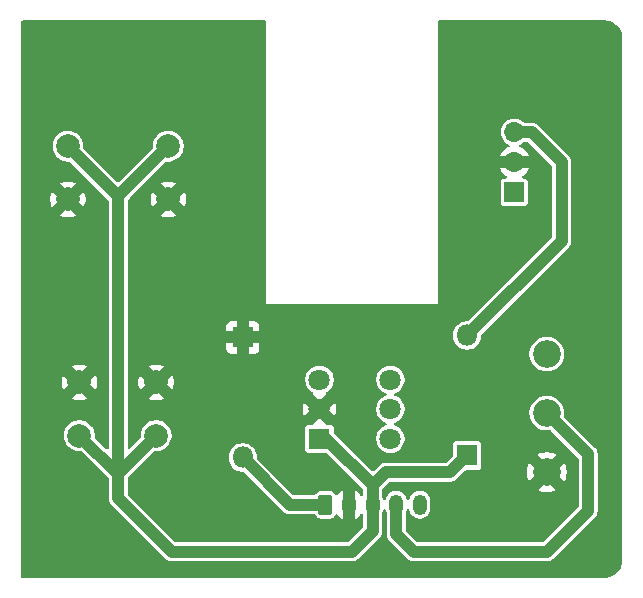
<source format=gbr>
%TF.GenerationSoftware,KiCad,Pcbnew,9.0.0*%
%TF.CreationDate,2025-03-25T16:41:30+02:00*%
%TF.ProjectId,aux,6175782e-6b69-4636-9164-5f7063625858,rev?*%
%TF.SameCoordinates,Original*%
%TF.FileFunction,Copper,L1,Top*%
%TF.FilePolarity,Positive*%
%FSLAX46Y46*%
G04 Gerber Fmt 4.6, Leading zero omitted, Abs format (unit mm)*
G04 Created by KiCad (PCBNEW 9.0.0) date 2025-03-25 16:41:30*
%MOMM*%
%LPD*%
G01*
G04 APERTURE LIST*
G04 Aperture macros list*
%AMRoundRect*
0 Rectangle with rounded corners*
0 $1 Rounding radius*
0 $2 $3 $4 $5 $6 $7 $8 $9 X,Y pos of 4 corners*
0 Add a 4 corners polygon primitive as box body*
4,1,4,$2,$3,$4,$5,$6,$7,$8,$9,$2,$3,0*
0 Add four circle primitives for the rounded corners*
1,1,$1+$1,$2,$3*
1,1,$1+$1,$4,$5*
1,1,$1+$1,$6,$7*
1,1,$1+$1,$8,$9*
0 Add four rect primitives between the rounded corners*
20,1,$1+$1,$2,$3,$4,$5,0*
20,1,$1+$1,$4,$5,$6,$7,0*
20,1,$1+$1,$6,$7,$8,$9,0*
20,1,$1+$1,$8,$9,$2,$3,0*%
G04 Aperture macros list end*
%TA.AperFunction,ComponentPad*%
%ADD10R,1.800000X1.800000*%
%TD*%
%TA.AperFunction,ComponentPad*%
%ADD11O,1.800000X1.800000*%
%TD*%
%TA.AperFunction,ComponentPad*%
%ADD12C,2.000000*%
%TD*%
%TA.AperFunction,ComponentPad*%
%ADD13RoundRect,0.250000X-0.350000X-0.625000X0.350000X-0.625000X0.350000X0.625000X-0.350000X0.625000X0*%
%TD*%
%TA.AperFunction,ComponentPad*%
%ADD14O,1.200000X1.750000*%
%TD*%
%TA.AperFunction,ComponentPad*%
%ADD15C,1.800000*%
%TD*%
%TA.AperFunction,ComponentPad*%
%ADD16R,1.700000X1.700000*%
%TD*%
%TA.AperFunction,ComponentPad*%
%ADD17O,1.700000X1.700000*%
%TD*%
%TA.AperFunction,ComponentPad*%
%ADD18C,2.340000*%
%TD*%
%TA.AperFunction,Conductor*%
%ADD19C,1.000000*%
%TD*%
G04 APERTURE END LIST*
D10*
%TO.P,D1,1,K*%
%TO.N,AUX_DETECT*%
X123750000Y-93340000D03*
D11*
%TO.P,D1,2,A*%
%TO.N,Net-(D1-A)*%
X123750000Y-103500000D03*
%TD*%
D12*
%TO.P,SW2,1,1*%
%TO.N,AUX_DIGITAL*%
X108950000Y-77150000D03*
X117450000Y-77150000D03*
%TO.P,SW2,2,2*%
%TO.N,AUX_DETECT*%
X108950000Y-81650000D03*
X117450000Y-81650000D03*
%TD*%
D13*
%TO.P,J5,1,Pin_1*%
%TO.N,Net-(D1-A)*%
X130750000Y-107500000D03*
D14*
%TO.P,J5,2,Pin_2*%
%TO.N,AUX_DETECT*%
X132750000Y-107500000D03*
%TO.P,J5,3,Pin_3*%
%TO.N,AUX_DIGITAL*%
X134750000Y-107500000D03*
%TO.P,J5,4,Pin_4*%
%TO.N,AUX_ANALOG*%
X136750000Y-107500000D03*
%TO.P,J5,5,Pin_5*%
%TO.N,GND*%
X138750000Y-107500000D03*
%TD*%
D10*
%TO.P,SW3,1,1*%
%TO.N,AUX_DIGITAL*%
X130250000Y-101922500D03*
D15*
%TO.P,SW3,2,2*%
%TO.N,AUX_DETECT*%
X130250000Y-99422500D03*
%TO.P,SW3,3*%
%TO.N,N/C*%
X130250000Y-96922500D03*
%TO.P,SW3,4*%
X136250000Y-101922500D03*
%TO.P,SW3,5*%
X136250000Y-99422500D03*
%TO.P,SW3,6*%
X136250000Y-96922500D03*
%TD*%
D10*
%TO.P,D4,1,K*%
%TO.N,AUX_DIGITAL*%
X142750000Y-103330000D03*
D11*
%TO.P,D4,2,A*%
%TO.N,Net-(D4-A)*%
X142750000Y-93170000D03*
%TD*%
D12*
%TO.P,SW1,1,1*%
%TO.N,AUX_DIGITAL*%
X116425000Y-101650000D03*
X109925000Y-101650000D03*
%TO.P,SW1,2,2*%
%TO.N,AUX_DETECT*%
X116425000Y-97150000D03*
X109925000Y-97150000D03*
%TD*%
D16*
%TO.P,J1,1,Pin_1*%
%TO.N,GND*%
X146750000Y-81040000D03*
D17*
%TO.P,J1,2,Pin_2*%
%TO.N,AUX_DETECT*%
X146750000Y-78500000D03*
%TO.P,J1,3,Pin_3*%
%TO.N,Net-(D4-A)*%
X146750000Y-75960000D03*
%TD*%
D18*
%TO.P,RV1,1,1*%
%TO.N,AUX_DETECT*%
X149500000Y-104750000D03*
%TO.P,RV1,2,2*%
%TO.N,AUX_ANALOG*%
X149500000Y-99750000D03*
%TO.P,RV1,3,3*%
%TO.N,GND*%
X149500000Y-94750000D03*
%TD*%
D19*
%TO.N,AUX_ANALOG*%
X149500000Y-111500000D02*
X153000000Y-108000000D01*
X136750000Y-110000000D02*
X138250000Y-111500000D01*
X138250000Y-111500000D02*
X149500000Y-111500000D01*
X153000000Y-108000000D02*
X153000000Y-103250000D01*
X153000000Y-103250000D02*
X149500000Y-99750000D01*
X136750000Y-107500000D02*
X136750000Y-110000000D01*
%TO.N,Net-(D1-A)*%
X127750000Y-107500000D02*
X123750000Y-103500000D01*
X130750000Y-107500000D02*
X127750000Y-107500000D01*
%TO.N,Net-(D4-A)*%
X148210000Y-75960000D02*
X146750000Y-75960000D01*
X150750000Y-85170000D02*
X150750000Y-84000000D01*
X150750000Y-78500000D02*
X148210000Y-75960000D01*
X142750000Y-93170000D02*
X150750000Y-85170000D01*
X150750000Y-84000000D02*
X150750000Y-78500000D01*
%TO.N,AUX_DIGITAL*%
X141330000Y-104750000D02*
X142750000Y-103330000D01*
X130250000Y-101922500D02*
X130797500Y-101922500D01*
X134750000Y-105875000D02*
X135875000Y-104750000D01*
X117450000Y-77150000D02*
X113200000Y-81400000D01*
X113200000Y-104925000D02*
X113200000Y-104875000D01*
X113200000Y-105000000D02*
X113200000Y-106950000D01*
X113200000Y-106950000D02*
X117750000Y-111500000D01*
X134750000Y-109750000D02*
X134750000Y-107500000D01*
X113200000Y-104875000D02*
X116425000Y-101650000D01*
X135875000Y-104750000D02*
X141330000Y-104750000D01*
X109925000Y-101650000D02*
X109850000Y-101650000D01*
X134750000Y-107500000D02*
X134750000Y-105875000D01*
X133000000Y-111500000D02*
X134750000Y-109750000D01*
X113200000Y-81400000D02*
X113200000Y-105000000D01*
X113200000Y-104925000D02*
X109925000Y-101650000D01*
X108950000Y-77150000D02*
X113200000Y-81400000D01*
X113200000Y-105000000D02*
X113200000Y-104925000D01*
X130797500Y-101922500D02*
X134750000Y-105875000D01*
X117750000Y-111500000D02*
X133000000Y-111500000D01*
%TD*%
%TA.AperFunction,Conductor*%
%TO.N,AUX_DETECT*%
G36*
X125693039Y-66520185D02*
G01*
X125738794Y-66572989D01*
X125750000Y-66624500D01*
X125750000Y-90500000D01*
X140250000Y-90500000D01*
X140250000Y-66624500D01*
X140269685Y-66557461D01*
X140322489Y-66511706D01*
X140374000Y-66500500D01*
X154334108Y-66500500D01*
X154395572Y-66500500D01*
X154404418Y-66500816D01*
X154604561Y-66515130D01*
X154622063Y-66517647D01*
X154813797Y-66559355D01*
X154830755Y-66564334D01*
X154992064Y-66624500D01*
X155014609Y-66632909D01*
X155030701Y-66640259D01*
X155202904Y-66734288D01*
X155217784Y-66743849D01*
X155374867Y-66861441D01*
X155388237Y-66873027D01*
X155526972Y-67011762D01*
X155538558Y-67025132D01*
X155656146Y-67182210D01*
X155665711Y-67197095D01*
X155759740Y-67369298D01*
X155767090Y-67385390D01*
X155835662Y-67569236D01*
X155840646Y-67586212D01*
X155882351Y-67777931D01*
X155884869Y-67795443D01*
X155899181Y-67995557D01*
X155899497Y-68004443D01*
X155885309Y-112125996D01*
X155885286Y-112126362D01*
X155885286Y-112195572D01*
X155884970Y-112204419D01*
X155870655Y-112404556D01*
X155868137Y-112422067D01*
X155826432Y-112613785D01*
X155821448Y-112630761D01*
X155752877Y-112814605D01*
X155745527Y-112830698D01*
X155651497Y-113002900D01*
X155641932Y-113017784D01*
X155524348Y-113174857D01*
X155512762Y-113188228D01*
X155374017Y-113326972D01*
X155360646Y-113338557D01*
X155203581Y-113456134D01*
X155188697Y-113465700D01*
X155016483Y-113559734D01*
X155000390Y-113567083D01*
X154816552Y-113635650D01*
X154799577Y-113640634D01*
X154607858Y-113682339D01*
X154590345Y-113684857D01*
X154390221Y-113699169D01*
X154381376Y-113699485D01*
X105124000Y-113699493D01*
X105056961Y-113679808D01*
X105011206Y-113627004D01*
X105000000Y-113575493D01*
X105000000Y-98503919D01*
X109278184Y-98503919D01*
X109349197Y-98540102D01*
X109573752Y-98613065D01*
X109573751Y-98613065D01*
X109806948Y-98650000D01*
X110043052Y-98650000D01*
X110276247Y-98613065D01*
X110500797Y-98540104D01*
X110571814Y-98503919D01*
X109925001Y-97857106D01*
X109925000Y-97857106D01*
X109278184Y-98503919D01*
X105000000Y-98503919D01*
X105000000Y-97031947D01*
X108425000Y-97031947D01*
X108425000Y-97268052D01*
X108461934Y-97501247D01*
X108534898Y-97725805D01*
X108571078Y-97796813D01*
X108571079Y-97796814D01*
X109217894Y-97150000D01*
X109145485Y-97077591D01*
X109375000Y-97077591D01*
X109375000Y-97222409D01*
X109412482Y-97362292D01*
X109484890Y-97487708D01*
X109587292Y-97590110D01*
X109712708Y-97662518D01*
X109852591Y-97700000D01*
X109997409Y-97700000D01*
X110137292Y-97662518D01*
X110262708Y-97590110D01*
X110365110Y-97487708D01*
X110437518Y-97362292D01*
X110475000Y-97222409D01*
X110475000Y-97149999D01*
X110632106Y-97149999D01*
X110632106Y-97150000D01*
X111278919Y-97796814D01*
X111315104Y-97725797D01*
X111388065Y-97501247D01*
X111425000Y-97268052D01*
X111425000Y-97031947D01*
X111388065Y-96798752D01*
X111315102Y-96574197D01*
X111278919Y-96503184D01*
X110632106Y-97149999D01*
X110475000Y-97149999D01*
X110475000Y-97077591D01*
X110437518Y-96937708D01*
X110365110Y-96812292D01*
X110262708Y-96709890D01*
X110137292Y-96637482D01*
X109997409Y-96600000D01*
X109852591Y-96600000D01*
X109712708Y-96637482D01*
X109587292Y-96709890D01*
X109484890Y-96812292D01*
X109412482Y-96937708D01*
X109375000Y-97077591D01*
X109145485Y-97077591D01*
X108571078Y-96503184D01*
X108534894Y-96574202D01*
X108534894Y-96574203D01*
X108461934Y-96798751D01*
X108425000Y-97031947D01*
X105000000Y-97031947D01*
X105000000Y-95796078D01*
X109278184Y-95796078D01*
X109925000Y-96442894D01*
X109925001Y-96442894D01*
X110571814Y-95796079D01*
X110571813Y-95796078D01*
X110500805Y-95759898D01*
X110276247Y-95686934D01*
X110276248Y-95686934D01*
X110043052Y-95650000D01*
X109806948Y-95650000D01*
X109573751Y-95686934D01*
X109349203Y-95759894D01*
X109349202Y-95759894D01*
X109278184Y-95796078D01*
X105000000Y-95796078D01*
X105000000Y-83003919D01*
X108303184Y-83003919D01*
X108374197Y-83040102D01*
X108598752Y-83113065D01*
X108598751Y-83113065D01*
X108831948Y-83150000D01*
X109068052Y-83150000D01*
X109301247Y-83113065D01*
X109525797Y-83040104D01*
X109596814Y-83003919D01*
X108950001Y-82357106D01*
X108950000Y-82357106D01*
X108303184Y-83003919D01*
X105000000Y-83003919D01*
X105000000Y-81531947D01*
X107450000Y-81531947D01*
X107450000Y-81768052D01*
X107486934Y-82001247D01*
X107559898Y-82225805D01*
X107596078Y-82296813D01*
X107596079Y-82296814D01*
X108242894Y-81650000D01*
X108170485Y-81577591D01*
X108400000Y-81577591D01*
X108400000Y-81722409D01*
X108437482Y-81862292D01*
X108509890Y-81987708D01*
X108612292Y-82090110D01*
X108737708Y-82162518D01*
X108877591Y-82200000D01*
X109022409Y-82200000D01*
X109162292Y-82162518D01*
X109287708Y-82090110D01*
X109390110Y-81987708D01*
X109462518Y-81862292D01*
X109500000Y-81722409D01*
X109500000Y-81649999D01*
X109657106Y-81649999D01*
X109657106Y-81650000D01*
X110303919Y-82296814D01*
X110340104Y-82225797D01*
X110413065Y-82001247D01*
X110450000Y-81768052D01*
X110450000Y-81531947D01*
X110413065Y-81298752D01*
X110340102Y-81074197D01*
X110303919Y-81003184D01*
X109657106Y-81649999D01*
X109500000Y-81649999D01*
X109500000Y-81577591D01*
X109462518Y-81437708D01*
X109390110Y-81312292D01*
X109287708Y-81209890D01*
X109162292Y-81137482D01*
X109022409Y-81100000D01*
X108877591Y-81100000D01*
X108737708Y-81137482D01*
X108612292Y-81209890D01*
X108509890Y-81312292D01*
X108437482Y-81437708D01*
X108400000Y-81577591D01*
X108170485Y-81577591D01*
X107596078Y-81003184D01*
X107559894Y-81074202D01*
X107559894Y-81074203D01*
X107486934Y-81298751D01*
X107450000Y-81531947D01*
X105000000Y-81531947D01*
X105000000Y-80296078D01*
X108303184Y-80296078D01*
X108950000Y-80942894D01*
X108950001Y-80942894D01*
X109596814Y-80296079D01*
X109596813Y-80296078D01*
X109525805Y-80259898D01*
X109301247Y-80186934D01*
X109301248Y-80186934D01*
X109068052Y-80150000D01*
X108831948Y-80150000D01*
X108598751Y-80186934D01*
X108374203Y-80259894D01*
X108374202Y-80259894D01*
X108303184Y-80296078D01*
X105000000Y-80296078D01*
X105000000Y-77047648D01*
X107649500Y-77047648D01*
X107649500Y-77252351D01*
X107681522Y-77454534D01*
X107744781Y-77649223D01*
X107837715Y-77831613D01*
X107958028Y-77997213D01*
X108102786Y-78141971D01*
X108257749Y-78254556D01*
X108268390Y-78262287D01*
X108356158Y-78307007D01*
X108450776Y-78355218D01*
X108450778Y-78355218D01*
X108450781Y-78355220D01*
X108555137Y-78389127D01*
X108645465Y-78418477D01*
X108744571Y-78434174D01*
X108847648Y-78450500D01*
X108847649Y-78450500D01*
X109052344Y-78450500D01*
X109052352Y-78450500D01*
X109052359Y-78450498D01*
X109056592Y-78450165D01*
X109124972Y-78464518D01*
X109154022Y-78486100D01*
X112363181Y-81695259D01*
X112396666Y-81756582D01*
X112399500Y-81782940D01*
X112399500Y-102693060D01*
X112379815Y-102760099D01*
X112327011Y-102805854D01*
X112257853Y-102815798D01*
X112194297Y-102786773D01*
X112187819Y-102780741D01*
X111261100Y-101854022D01*
X111227615Y-101792699D01*
X111225165Y-101756592D01*
X111225498Y-101752359D01*
X111225500Y-101752352D01*
X111225500Y-101547648D01*
X111208992Y-101443421D01*
X111193477Y-101345465D01*
X111146191Y-101199934D01*
X111130220Y-101150781D01*
X111130218Y-101150778D01*
X111130218Y-101150776D01*
X111057308Y-101007684D01*
X111037287Y-100968390D01*
X111025747Y-100952506D01*
X110916971Y-100802786D01*
X110772213Y-100658028D01*
X110606613Y-100537715D01*
X110606612Y-100537714D01*
X110606610Y-100537713D01*
X110549653Y-100508691D01*
X110424223Y-100444781D01*
X110229534Y-100381522D01*
X110054995Y-100353878D01*
X110027352Y-100349500D01*
X109822648Y-100349500D01*
X109798329Y-100353351D01*
X109620465Y-100381522D01*
X109425776Y-100444781D01*
X109243386Y-100537715D01*
X109077786Y-100658028D01*
X108933028Y-100802786D01*
X108812715Y-100968386D01*
X108719781Y-101150776D01*
X108656522Y-101345465D01*
X108624500Y-101547648D01*
X108624500Y-101752351D01*
X108656522Y-101954534D01*
X108719781Y-102149223D01*
X108774816Y-102257234D01*
X108811413Y-102329059D01*
X108812715Y-102331613D01*
X108933028Y-102497213D01*
X109077786Y-102641971D01*
X109212318Y-102739712D01*
X109243390Y-102762287D01*
X109328895Y-102805854D01*
X109425776Y-102855218D01*
X109425778Y-102855218D01*
X109425781Y-102855220D01*
X109530137Y-102889127D01*
X109620465Y-102918477D01*
X109721557Y-102934488D01*
X109822648Y-102950500D01*
X109822649Y-102950500D01*
X110027344Y-102950500D01*
X110027352Y-102950500D01*
X110027359Y-102950498D01*
X110031592Y-102950165D01*
X110099972Y-102964518D01*
X110129022Y-102986100D01*
X112363181Y-105220259D01*
X112396666Y-105281582D01*
X112399500Y-105307940D01*
X112399500Y-107028846D01*
X112430261Y-107183489D01*
X112430264Y-107183501D01*
X112490602Y-107329172D01*
X112490609Y-107329185D01*
X112578210Y-107460288D01*
X112578213Y-107460292D01*
X117239707Y-112121786D01*
X117239711Y-112121789D01*
X117370814Y-112209390D01*
X117370818Y-112209392D01*
X117370821Y-112209394D01*
X117516503Y-112269738D01*
X117671153Y-112300499D01*
X117671157Y-112300500D01*
X117671158Y-112300500D01*
X133078844Y-112300500D01*
X133078845Y-112300499D01*
X133233497Y-112269737D01*
X133379179Y-112209394D01*
X133510289Y-112121789D01*
X135371789Y-110260289D01*
X135459394Y-110129179D01*
X135519738Y-109983497D01*
X135550500Y-109828842D01*
X135550500Y-109671157D01*
X135550500Y-108220207D01*
X135553050Y-108211521D01*
X135551762Y-108202560D01*
X135559939Y-108172755D01*
X135615892Y-108037670D01*
X135615894Y-108037666D01*
X135628383Y-107974882D01*
X135660768Y-107912971D01*
X135721483Y-107878397D01*
X135791253Y-107882136D01*
X135847925Y-107923003D01*
X135871617Y-107974882D01*
X135884104Y-108037658D01*
X135884107Y-108037670D01*
X135940061Y-108172755D01*
X135949500Y-108220207D01*
X135949500Y-110078846D01*
X135980261Y-110233489D01*
X135980264Y-110233501D01*
X136040602Y-110379172D01*
X136040609Y-110379185D01*
X136128210Y-110510288D01*
X136128213Y-110510292D01*
X137628211Y-112010289D01*
X137739708Y-112121786D01*
X137739712Y-112121790D01*
X137850135Y-112195572D01*
X137870821Y-112209394D01*
X137973833Y-112252062D01*
X138016502Y-112269737D01*
X138171152Y-112300499D01*
X138171155Y-112300500D01*
X138171157Y-112300500D01*
X149578844Y-112300500D01*
X149578845Y-112300499D01*
X149733497Y-112269737D01*
X149879179Y-112209394D01*
X150010289Y-112121789D01*
X153621788Y-108510290D01*
X153621789Y-108510289D01*
X153709394Y-108379179D01*
X153754726Y-108269737D01*
X153769737Y-108233498D01*
X153800500Y-108078843D01*
X153800500Y-107921158D01*
X153800500Y-103171158D01*
X153798145Y-103159318D01*
X153795200Y-103144507D01*
X153769738Y-103016507D01*
X153769737Y-103016506D01*
X153769737Y-103016502D01*
X153741884Y-102949260D01*
X153709394Y-102870821D01*
X153709392Y-102870819D01*
X153709392Y-102870817D01*
X153621790Y-102739712D01*
X153575138Y-102693060D01*
X153510289Y-102628211D01*
X150984726Y-100102648D01*
X150951241Y-100041325D01*
X150949934Y-99995574D01*
X150970500Y-99865731D01*
X150970500Y-99634269D01*
X150934291Y-99405657D01*
X150898528Y-99295590D01*
X150862767Y-99185526D01*
X150862766Y-99185523D01*
X150800036Y-99062410D01*
X150757684Y-98979290D01*
X150689243Y-98885089D01*
X150621640Y-98792040D01*
X150621636Y-98792035D01*
X150457964Y-98628363D01*
X150457959Y-98628359D01*
X150270713Y-98492318D01*
X150270712Y-98492317D01*
X150270710Y-98492316D01*
X150204638Y-98458650D01*
X150064476Y-98387233D01*
X150064473Y-98387232D01*
X149844344Y-98315709D01*
X149730037Y-98297604D01*
X149615731Y-98279500D01*
X149384269Y-98279500D01*
X149315254Y-98290431D01*
X149155655Y-98315709D01*
X148935526Y-98387232D01*
X148935523Y-98387233D01*
X148729286Y-98492318D01*
X148542040Y-98628359D01*
X148542035Y-98628363D01*
X148378363Y-98792035D01*
X148378359Y-98792040D01*
X148242318Y-98979286D01*
X148137233Y-99185523D01*
X148137232Y-99185526D01*
X148065709Y-99405655D01*
X148065709Y-99405657D01*
X148029500Y-99634269D01*
X148029500Y-99865731D01*
X148044417Y-99959911D01*
X148065709Y-100094344D01*
X148137232Y-100314473D01*
X148137233Y-100314476D01*
X148242318Y-100520713D01*
X148378359Y-100707959D01*
X148378363Y-100707964D01*
X148542035Y-100871636D01*
X148542040Y-100871640D01*
X148653348Y-100952509D01*
X148729290Y-101007684D01*
X148864106Y-101076376D01*
X148935523Y-101112766D01*
X148935526Y-101112767D01*
X149020647Y-101140424D01*
X149155657Y-101184291D01*
X149384269Y-101220500D01*
X149384270Y-101220500D01*
X149615729Y-101220500D01*
X149615731Y-101220500D01*
X149745572Y-101199934D01*
X149814861Y-101208888D01*
X149852648Y-101234726D01*
X152163181Y-103545259D01*
X152196666Y-103606582D01*
X152199500Y-103632940D01*
X152199500Y-107617060D01*
X152179815Y-107684099D01*
X152163181Y-107704741D01*
X149204741Y-110663181D01*
X149143418Y-110696666D01*
X149117060Y-110699500D01*
X138632940Y-110699500D01*
X138565901Y-110679815D01*
X138545259Y-110663181D01*
X137586819Y-109704741D01*
X137553334Y-109643418D01*
X137550500Y-109617060D01*
X137550500Y-108220207D01*
X137551081Y-108216704D01*
X137550617Y-108214825D01*
X137553712Y-108200854D01*
X137557151Y-108180142D01*
X137558427Y-108176403D01*
X137615894Y-108037666D01*
X137629989Y-107966802D01*
X137632651Y-107959008D01*
X137648239Y-107936921D01*
X137660768Y-107912971D01*
X137668084Y-107908804D01*
X137672941Y-107901924D01*
X137697996Y-107891771D01*
X137721483Y-107878397D01*
X137729891Y-107878847D01*
X137737696Y-107875685D01*
X137764260Y-107880689D01*
X137791253Y-107882136D01*
X137798082Y-107887061D01*
X137806358Y-107888620D01*
X137826001Y-107907193D01*
X137847925Y-107923003D01*
X137851879Y-107931662D01*
X137857127Y-107936624D01*
X137860640Y-107950845D01*
X137871617Y-107974882D01*
X137884103Y-108037658D01*
X137884106Y-108037667D01*
X137951983Y-108201540D01*
X137951990Y-108201553D01*
X138050535Y-108349034D01*
X138050538Y-108349038D01*
X138175961Y-108474461D01*
X138175965Y-108474464D01*
X138323446Y-108573009D01*
X138323459Y-108573016D01*
X138446363Y-108623923D01*
X138487334Y-108640894D01*
X138487336Y-108640894D01*
X138487341Y-108640896D01*
X138661304Y-108675499D01*
X138661307Y-108675500D01*
X138661309Y-108675500D01*
X138838693Y-108675500D01*
X138838694Y-108675499D01*
X138896682Y-108663964D01*
X139012658Y-108640896D01*
X139012661Y-108640894D01*
X139012666Y-108640894D01*
X139176547Y-108573013D01*
X139324035Y-108474464D01*
X139449464Y-108349035D01*
X139548013Y-108201547D01*
X139615894Y-108037666D01*
X139650500Y-107863691D01*
X139650500Y-107136309D01*
X139650500Y-107136306D01*
X139650499Y-107136304D01*
X139615896Y-106962341D01*
X139615893Y-106962332D01*
X139548016Y-106798459D01*
X139548009Y-106798446D01*
X139449464Y-106650965D01*
X139449461Y-106650961D01*
X139324038Y-106525538D01*
X139324034Y-106525535D01*
X139176553Y-106426990D01*
X139176540Y-106426983D01*
X139012667Y-106359106D01*
X139012658Y-106359103D01*
X138838694Y-106324500D01*
X138838691Y-106324500D01*
X138661309Y-106324500D01*
X138661306Y-106324500D01*
X138487341Y-106359103D01*
X138487332Y-106359106D01*
X138323459Y-106426983D01*
X138323446Y-106426990D01*
X138175965Y-106525535D01*
X138175961Y-106525538D01*
X138050538Y-106650961D01*
X138050535Y-106650965D01*
X137951990Y-106798446D01*
X137951983Y-106798459D01*
X137884106Y-106962332D01*
X137884104Y-106962340D01*
X137871617Y-107025118D01*
X137839232Y-107087028D01*
X137778516Y-107121603D01*
X137708747Y-107117863D01*
X137652075Y-107076996D01*
X137628383Y-107025118D01*
X137615895Y-106962340D01*
X137615894Y-106962334D01*
X137578128Y-106871158D01*
X137548016Y-106798459D01*
X137548009Y-106798446D01*
X137449464Y-106650965D01*
X137449461Y-106650961D01*
X137324038Y-106525538D01*
X137324034Y-106525535D01*
X137176553Y-106426990D01*
X137176540Y-106426983D01*
X137012667Y-106359106D01*
X137012658Y-106359103D01*
X136838694Y-106324500D01*
X136838691Y-106324500D01*
X136661309Y-106324500D01*
X136661306Y-106324500D01*
X136487341Y-106359103D01*
X136487332Y-106359106D01*
X136323459Y-106426983D01*
X136323446Y-106426990D01*
X136175965Y-106525535D01*
X136175961Y-106525538D01*
X136050538Y-106650961D01*
X136050535Y-106650965D01*
X135951990Y-106798446D01*
X135951983Y-106798459D01*
X135884106Y-106962332D01*
X135884104Y-106962340D01*
X135871617Y-107025118D01*
X135870253Y-107027724D01*
X135870381Y-107030664D01*
X135854163Y-107058484D01*
X135839232Y-107087028D01*
X135836674Y-107088484D01*
X135835193Y-107091026D01*
X135806512Y-107105660D01*
X135778516Y-107121603D01*
X135775576Y-107121445D01*
X135772957Y-107122782D01*
X135740917Y-107119587D01*
X135708747Y-107117863D01*
X135706360Y-107116141D01*
X135703432Y-107115850D01*
X135678189Y-107095827D01*
X135652075Y-107076996D01*
X135650299Y-107073705D01*
X135648692Y-107072430D01*
X135645110Y-107064087D01*
X135632651Y-107040992D01*
X135629989Y-107033197D01*
X135615894Y-106962334D01*
X135558423Y-106823587D01*
X135557151Y-106819859D01*
X135556782Y-106811376D01*
X135550500Y-106779793D01*
X135550500Y-106257940D01*
X135558310Y-106231343D01*
X148725762Y-106231343D01*
X148759780Y-106250984D01*
X148759801Y-106250994D01*
X148962043Y-106334765D01*
X149173503Y-106391426D01*
X149390532Y-106419998D01*
X149390549Y-106420000D01*
X149609451Y-106420000D01*
X149609467Y-106419998D01*
X149826496Y-106391426D01*
X150037956Y-106334765D01*
X150240201Y-106250993D01*
X150240214Y-106250987D01*
X150274236Y-106231342D01*
X149500001Y-105457106D01*
X149500000Y-105457106D01*
X148725762Y-106231343D01*
X135558310Y-106231343D01*
X135570185Y-106190901D01*
X135586819Y-106170259D01*
X136170259Y-105586819D01*
X136231582Y-105553334D01*
X136257940Y-105550500D01*
X141408844Y-105550500D01*
X141408845Y-105550499D01*
X141563497Y-105519737D01*
X141709179Y-105459394D01*
X141840289Y-105371789D01*
X142571528Y-104640548D01*
X147830000Y-104640548D01*
X147830000Y-104859451D01*
X147830001Y-104859467D01*
X147858573Y-105076496D01*
X147915234Y-105287956D01*
X147999002Y-105490192D01*
X147999006Y-105490200D01*
X148018656Y-105524235D01*
X148792893Y-104750000D01*
X148792893Y-104749999D01*
X148728875Y-104685981D01*
X148850000Y-104685981D01*
X148850000Y-104814019D01*
X148874979Y-104939598D01*
X148923978Y-105057890D01*
X148995112Y-105164351D01*
X149085649Y-105254888D01*
X149192110Y-105326022D01*
X149310402Y-105375021D01*
X149435981Y-105400000D01*
X149564019Y-105400000D01*
X149689598Y-105375021D01*
X149807890Y-105326022D01*
X149914351Y-105254888D01*
X150004888Y-105164351D01*
X150076022Y-105057890D01*
X150125021Y-104939598D01*
X150150000Y-104814019D01*
X150150000Y-104750000D01*
X150207106Y-104750000D01*
X150981342Y-105524235D01*
X151000987Y-105490214D01*
X151000993Y-105490201D01*
X151084765Y-105287956D01*
X151141426Y-105076496D01*
X151169998Y-104859467D01*
X151170000Y-104859451D01*
X151170000Y-104640548D01*
X151169998Y-104640532D01*
X151141426Y-104423503D01*
X151084765Y-104212043D01*
X151000994Y-104009801D01*
X151000984Y-104009780D01*
X150981343Y-103975763D01*
X150981343Y-103975762D01*
X150207106Y-104750000D01*
X150150000Y-104750000D01*
X150150000Y-104685981D01*
X150125021Y-104560402D01*
X150076022Y-104442110D01*
X150004888Y-104335649D01*
X149914351Y-104245112D01*
X149807890Y-104173978D01*
X149689598Y-104124979D01*
X149564019Y-104100000D01*
X149435981Y-104100000D01*
X149310402Y-104124979D01*
X149192110Y-104173978D01*
X149085649Y-104245112D01*
X148995112Y-104335649D01*
X148923978Y-104442110D01*
X148874979Y-104560402D01*
X148850000Y-104685981D01*
X148728875Y-104685981D01*
X148018656Y-103975762D01*
X148018656Y-103975763D01*
X147999008Y-104009794D01*
X147999003Y-104009804D01*
X147915234Y-104212043D01*
X147858573Y-104423503D01*
X147830001Y-104640532D01*
X147830000Y-104640548D01*
X142571528Y-104640548D01*
X142645259Y-104566817D01*
X142706582Y-104533333D01*
X142732940Y-104530499D01*
X143694856Y-104530499D01*
X143694864Y-104530499D01*
X143694879Y-104530497D01*
X143694882Y-104530497D01*
X143719986Y-104527586D01*
X143719987Y-104527585D01*
X143719991Y-104527585D01*
X143822765Y-104482206D01*
X143902206Y-104402765D01*
X143947585Y-104299991D01*
X143950500Y-104274865D01*
X143950499Y-103268656D01*
X148725762Y-103268656D01*
X149500000Y-104042893D01*
X149500001Y-104042893D01*
X150274236Y-103268656D01*
X150240200Y-103249006D01*
X150240192Y-103249002D01*
X150037956Y-103165234D01*
X149826496Y-103108573D01*
X149609467Y-103080001D01*
X149609451Y-103080000D01*
X149390549Y-103080000D01*
X149390532Y-103080001D01*
X149173503Y-103108573D01*
X148962043Y-103165234D01*
X148759804Y-103249003D01*
X148759794Y-103249008D01*
X148725763Y-103268656D01*
X148725762Y-103268656D01*
X143950499Y-103268656D01*
X143950499Y-102385136D01*
X143950290Y-102383332D01*
X143947586Y-102360012D01*
X143947585Y-102360010D01*
X143947585Y-102360009D01*
X143902206Y-102257235D01*
X143822765Y-102177794D01*
X143758049Y-102149219D01*
X143719992Y-102132415D01*
X143694865Y-102129500D01*
X141805143Y-102129500D01*
X141805117Y-102129502D01*
X141780012Y-102132413D01*
X141780008Y-102132415D01*
X141677235Y-102177793D01*
X141597794Y-102257234D01*
X141552415Y-102360006D01*
X141552415Y-102360008D01*
X141549500Y-102385131D01*
X141549500Y-103347059D01*
X141529815Y-103414098D01*
X141513181Y-103434740D01*
X141034741Y-103913181D01*
X140973418Y-103946666D01*
X140947060Y-103949500D01*
X135796155Y-103949500D01*
X135664130Y-103975762D01*
X135650788Y-103978416D01*
X135648898Y-103978791D01*
X135641504Y-103980262D01*
X135641500Y-103980263D01*
X135495827Y-104040602D01*
X135495814Y-104040609D01*
X135399055Y-104105263D01*
X135399054Y-104105264D01*
X135364708Y-104128212D01*
X134837680Y-104655240D01*
X134776357Y-104688725D01*
X134706665Y-104683741D01*
X134662318Y-104655240D01*
X131486818Y-101479740D01*
X131453333Y-101418417D01*
X131450499Y-101392059D01*
X131450499Y-100977643D01*
X131450499Y-100977636D01*
X131449427Y-100968390D01*
X131447586Y-100952512D01*
X131447585Y-100952510D01*
X131447585Y-100952509D01*
X131402206Y-100849735D01*
X131322765Y-100770294D01*
X131322763Y-100770293D01*
X131219992Y-100724915D01*
X131194868Y-100722000D01*
X130893756Y-100722000D01*
X130826717Y-100702315D01*
X130806075Y-100685681D01*
X130250001Y-100129606D01*
X130250000Y-100129606D01*
X129693924Y-100685681D01*
X129632601Y-100719166D01*
X129606243Y-100722000D01*
X129305143Y-100722000D01*
X129305117Y-100722002D01*
X129280012Y-100724913D01*
X129280008Y-100724915D01*
X129177235Y-100770293D01*
X129097794Y-100849734D01*
X129052415Y-100952506D01*
X129052415Y-100952508D01*
X129049500Y-100977631D01*
X129049500Y-102867356D01*
X129049502Y-102867382D01*
X129052413Y-102892487D01*
X129052415Y-102892491D01*
X129097793Y-102995264D01*
X129097794Y-102995265D01*
X129177235Y-103074706D01*
X129280009Y-103120085D01*
X129305135Y-103123000D01*
X130814559Y-103122999D01*
X130881598Y-103142684D01*
X130902240Y-103159318D01*
X133913181Y-106170259D01*
X133946666Y-106231582D01*
X133949500Y-106257940D01*
X133949500Y-106639696D01*
X133929815Y-106706735D01*
X133877011Y-106752490D01*
X133807853Y-106762434D01*
X133744297Y-106733409D01*
X133715016Y-106695992D01*
X133690805Y-106648478D01*
X133589032Y-106508397D01*
X133466602Y-106385967D01*
X133326521Y-106284194D01*
X133250000Y-106245203D01*
X133250000Y-108754794D01*
X133326521Y-108715805D01*
X133466602Y-108614032D01*
X133589032Y-108491602D01*
X133690804Y-108351524D01*
X133715015Y-108304008D01*
X133762990Y-108253212D01*
X133830811Y-108236417D01*
X133896945Y-108258954D01*
X133940397Y-108313669D01*
X133949500Y-108360303D01*
X133949500Y-109367060D01*
X133929815Y-109434099D01*
X133913181Y-109454741D01*
X132704741Y-110663181D01*
X132643418Y-110696666D01*
X132617060Y-110699500D01*
X118132940Y-110699500D01*
X118065901Y-110679815D01*
X118045259Y-110663181D01*
X114036819Y-106654741D01*
X114003334Y-106593418D01*
X114000500Y-106567060D01*
X114000500Y-105257939D01*
X114020185Y-105190900D01*
X114036814Y-105170263D01*
X115801563Y-103405513D01*
X122549500Y-103405513D01*
X122549500Y-103594486D01*
X122579059Y-103781118D01*
X122637454Y-103960836D01*
X122721090Y-104124979D01*
X122723240Y-104129199D01*
X122834310Y-104282073D01*
X122967927Y-104415690D01*
X123120801Y-104526760D01*
X123199420Y-104566818D01*
X123289163Y-104612545D01*
X123289165Y-104612545D01*
X123289168Y-104612547D01*
X123375346Y-104640548D01*
X123468881Y-104670940D01*
X123655514Y-104700500D01*
X123655519Y-104700500D01*
X123767060Y-104700500D01*
X123834099Y-104720185D01*
X123854741Y-104736819D01*
X127128211Y-108010289D01*
X127196765Y-108078843D01*
X127239712Y-108121790D01*
X127370814Y-108209390D01*
X127370827Y-108209397D01*
X127484700Y-108256564D01*
X127516503Y-108269737D01*
X127516507Y-108269737D01*
X127516508Y-108269738D01*
X127671154Y-108300500D01*
X127671157Y-108300500D01*
X127671158Y-108300500D01*
X129793055Y-108300500D01*
X129860094Y-108320185D01*
X129905849Y-108372989D01*
X129908405Y-108379000D01*
X129908479Y-108379185D01*
X129915639Y-108397343D01*
X130007077Y-108517922D01*
X130127656Y-108609360D01*
X130127657Y-108609360D01*
X130127658Y-108609361D01*
X130268436Y-108664877D01*
X130356898Y-108675500D01*
X130356903Y-108675500D01*
X131143097Y-108675500D01*
X131143102Y-108675500D01*
X131231564Y-108664877D01*
X131372342Y-108609361D01*
X131492922Y-108517922D01*
X131584361Y-108397342D01*
X131592292Y-108377228D01*
X131635195Y-108322086D01*
X131701102Y-108298890D01*
X131769087Y-108315008D01*
X131807965Y-108349832D01*
X131910961Y-108491596D01*
X132033397Y-108614032D01*
X132173478Y-108715805D01*
X132250000Y-108754794D01*
X132250000Y-107450630D01*
X132375000Y-107450630D01*
X132375000Y-107549370D01*
X132400556Y-107644745D01*
X132449925Y-107730255D01*
X132519745Y-107800075D01*
X132605255Y-107849444D01*
X132700630Y-107875000D01*
X132799370Y-107875000D01*
X132894745Y-107849444D01*
X132980255Y-107800075D01*
X133050075Y-107730255D01*
X133099444Y-107644745D01*
X133125000Y-107549370D01*
X133125000Y-107450630D01*
X133099444Y-107355255D01*
X133050075Y-107269745D01*
X132980255Y-107199925D01*
X132894745Y-107150556D01*
X132799370Y-107125000D01*
X132700630Y-107125000D01*
X132605255Y-107150556D01*
X132519745Y-107199925D01*
X132449925Y-107269745D01*
X132400556Y-107355255D01*
X132375000Y-107450630D01*
X132250000Y-107450630D01*
X132250000Y-106245204D01*
X132249999Y-106245203D01*
X132173478Y-106284194D01*
X132033397Y-106385967D01*
X131910965Y-106508399D01*
X131910961Y-106508404D01*
X131807965Y-106650167D01*
X131752635Y-106692833D01*
X131683022Y-106698812D01*
X131621227Y-106666206D01*
X131592292Y-106622771D01*
X131584361Y-106602658D01*
X131584360Y-106602657D01*
X131584360Y-106602656D01*
X131492922Y-106482077D01*
X131372343Y-106390639D01*
X131231561Y-106335122D01*
X131185926Y-106329642D01*
X131143102Y-106324500D01*
X130356898Y-106324500D01*
X130317853Y-106329188D01*
X130268438Y-106335122D01*
X130127656Y-106390639D01*
X130007077Y-106482077D01*
X129915639Y-106602656D01*
X129910362Y-106616038D01*
X129909423Y-106618422D01*
X129908410Y-106620990D01*
X129865504Y-106676134D01*
X129799596Y-106699327D01*
X129793055Y-106699500D01*
X128132940Y-106699500D01*
X128065901Y-106679815D01*
X128045259Y-106663181D01*
X124986819Y-103604741D01*
X124953334Y-103543418D01*
X124950500Y-103517060D01*
X124950500Y-103405513D01*
X124920940Y-103218881D01*
X124889786Y-103123000D01*
X124862547Y-103039168D01*
X124862545Y-103039165D01*
X124862545Y-103039163D01*
X124813253Y-102942422D01*
X124776760Y-102870801D01*
X124665690Y-102717927D01*
X124532073Y-102584310D01*
X124379199Y-102473240D01*
X124210836Y-102387454D01*
X124031118Y-102329059D01*
X123844486Y-102299500D01*
X123844481Y-102299500D01*
X123655519Y-102299500D01*
X123655514Y-102299500D01*
X123468881Y-102329059D01*
X123289163Y-102387454D01*
X123120800Y-102473240D01*
X123033579Y-102536610D01*
X122967927Y-102584310D01*
X122967925Y-102584312D01*
X122967924Y-102584312D01*
X122834312Y-102717924D01*
X122834312Y-102717925D01*
X122834310Y-102717927D01*
X122788673Y-102780741D01*
X122723240Y-102870800D01*
X122637454Y-103039163D01*
X122579059Y-103218881D01*
X122549500Y-103405513D01*
X115801563Y-103405513D01*
X116220978Y-102986098D01*
X116282299Y-102952615D01*
X116318404Y-102950165D01*
X116322643Y-102950499D01*
X116322648Y-102950500D01*
X116322653Y-102950500D01*
X116527351Y-102950500D01*
X116527352Y-102950500D01*
X116729534Y-102918477D01*
X116924219Y-102855220D01*
X117106610Y-102762287D01*
X117201894Y-102693060D01*
X117272213Y-102641971D01*
X117272215Y-102641968D01*
X117272219Y-102641966D01*
X117416966Y-102497219D01*
X117416968Y-102497215D01*
X117416971Y-102497213D01*
X117499709Y-102383332D01*
X117537287Y-102331610D01*
X117630220Y-102149219D01*
X117693477Y-101954534D01*
X117725500Y-101752352D01*
X117725500Y-101547648D01*
X117708992Y-101443421D01*
X117693477Y-101345465D01*
X117646191Y-101199934D01*
X117630220Y-101150781D01*
X117630218Y-101150778D01*
X117630218Y-101150776D01*
X117557308Y-101007684D01*
X117537287Y-100968390D01*
X117525747Y-100952506D01*
X117416971Y-100802786D01*
X117272213Y-100658028D01*
X117106613Y-100537715D01*
X117106612Y-100537714D01*
X117106610Y-100537713D01*
X117049653Y-100508691D01*
X116924223Y-100444781D01*
X116729534Y-100381522D01*
X116554995Y-100353878D01*
X116527352Y-100349500D01*
X116322648Y-100349500D01*
X116298329Y-100353351D01*
X116120465Y-100381522D01*
X115925776Y-100444781D01*
X115743386Y-100537715D01*
X115577786Y-100658028D01*
X115433028Y-100802786D01*
X115312715Y-100968386D01*
X115219781Y-101150776D01*
X115156522Y-101345465D01*
X115124500Y-101547648D01*
X115124500Y-101752359D01*
X115124835Y-101756619D01*
X115110467Y-101824996D01*
X115088898Y-101854022D01*
X114212181Y-102730740D01*
X114150858Y-102764225D01*
X114081167Y-102759241D01*
X114025233Y-102717369D01*
X114000816Y-102651905D01*
X114000500Y-102643059D01*
X114000500Y-99312318D01*
X128850000Y-99312318D01*
X128850000Y-99532681D01*
X128884473Y-99750335D01*
X128952568Y-99959912D01*
X128970427Y-99994964D01*
X128970428Y-99994964D01*
X129542893Y-99422500D01*
X129542893Y-99422499D01*
X129483650Y-99363256D01*
X129800000Y-99363256D01*
X129800000Y-99481744D01*
X129830667Y-99596194D01*
X129889910Y-99698806D01*
X129973694Y-99782590D01*
X130076306Y-99841833D01*
X130190756Y-99872500D01*
X130309244Y-99872500D01*
X130423694Y-99841833D01*
X130526306Y-99782590D01*
X130610090Y-99698806D01*
X130669333Y-99596194D01*
X130700000Y-99481744D01*
X130700000Y-99422500D01*
X130957106Y-99422500D01*
X131529570Y-99994964D01*
X131547428Y-99959918D01*
X131547431Y-99959911D01*
X131615526Y-99750335D01*
X131650000Y-99532681D01*
X131650000Y-99312318D01*
X131615526Y-99094664D01*
X131547432Y-98885089D01*
X131529570Y-98850034D01*
X130957106Y-99422500D01*
X130700000Y-99422500D01*
X130700000Y-99363256D01*
X130669333Y-99248806D01*
X130610090Y-99146194D01*
X130526306Y-99062410D01*
X130423694Y-99003167D01*
X130309244Y-98972500D01*
X130190756Y-98972500D01*
X130076306Y-99003167D01*
X129973694Y-99062410D01*
X129889910Y-99146194D01*
X129830667Y-99248806D01*
X129800000Y-99363256D01*
X129483650Y-99363256D01*
X128970428Y-98850034D01*
X128952568Y-98885088D01*
X128952567Y-98885091D01*
X128884473Y-99094664D01*
X128850000Y-99312318D01*
X114000500Y-99312318D01*
X114000500Y-98503919D01*
X115778184Y-98503919D01*
X115849197Y-98540102D01*
X116073752Y-98613065D01*
X116073751Y-98613065D01*
X116306948Y-98650000D01*
X116543052Y-98650000D01*
X116776247Y-98613065D01*
X117000797Y-98540104D01*
X117071814Y-98503919D01*
X116425001Y-97857106D01*
X116425000Y-97857106D01*
X115778184Y-98503919D01*
X114000500Y-98503919D01*
X114000500Y-97031947D01*
X114925000Y-97031947D01*
X114925000Y-97268052D01*
X114961934Y-97501247D01*
X115034898Y-97725805D01*
X115071078Y-97796813D01*
X115071079Y-97796814D01*
X115717894Y-97150000D01*
X115645485Y-97077591D01*
X115875000Y-97077591D01*
X115875000Y-97222409D01*
X115912482Y-97362292D01*
X115984890Y-97487708D01*
X116087292Y-97590110D01*
X116212708Y-97662518D01*
X116352591Y-97700000D01*
X116497409Y-97700000D01*
X116637292Y-97662518D01*
X116762708Y-97590110D01*
X116865110Y-97487708D01*
X116937518Y-97362292D01*
X116975000Y-97222409D01*
X116975000Y-97149999D01*
X117132106Y-97149999D01*
X117132106Y-97150000D01*
X117778919Y-97796814D01*
X117815104Y-97725797D01*
X117888065Y-97501247D01*
X117925000Y-97268052D01*
X117925000Y-97031947D01*
X117895002Y-96842545D01*
X117892700Y-96828013D01*
X129049500Y-96828013D01*
X129049500Y-97016986D01*
X129079059Y-97203618D01*
X129137454Y-97383336D01*
X129223240Y-97551699D01*
X129334310Y-97704573D01*
X129467927Y-97838190D01*
X129620801Y-97949260D01*
X129622363Y-97950056D01*
X129622377Y-97950063D01*
X129622869Y-97950528D01*
X129624953Y-97951805D01*
X129624684Y-97952242D01*
X129673172Y-97998039D01*
X129689966Y-98065860D01*
X129685093Y-98080155D01*
X129687419Y-98080524D01*
X129677534Y-98142928D01*
X130250000Y-98715393D01*
X130250001Y-98715393D01*
X130822464Y-98142928D01*
X130812580Y-98080524D01*
X130816158Y-98079957D01*
X130810034Y-98055177D01*
X130832604Y-97989053D01*
X130875244Y-97952127D01*
X130875047Y-97951805D01*
X130876994Y-97950611D01*
X130877634Y-97950056D01*
X130879199Y-97949260D01*
X131032073Y-97838190D01*
X131165690Y-97704573D01*
X131276760Y-97551699D01*
X131362547Y-97383332D01*
X131420940Y-97203618D01*
X131429432Y-97150000D01*
X131450500Y-97016986D01*
X131450500Y-96828013D01*
X135049500Y-96828013D01*
X135049500Y-97016986D01*
X135079059Y-97203618D01*
X135137454Y-97383336D01*
X135223240Y-97551699D01*
X135334310Y-97704573D01*
X135467927Y-97838190D01*
X135620801Y-97949260D01*
X135626654Y-97952242D01*
X135789163Y-98035045D01*
X135789165Y-98035045D01*
X135789168Y-98035047D01*
X135849251Y-98054569D01*
X135906926Y-98094007D01*
X135934124Y-98158366D01*
X135922209Y-98227212D01*
X135874965Y-98278688D01*
X135849253Y-98290430D01*
X135830756Y-98296439D01*
X135789163Y-98309954D01*
X135620800Y-98395740D01*
X135533579Y-98459110D01*
X135467927Y-98506810D01*
X135467925Y-98506812D01*
X135467924Y-98506812D01*
X135334312Y-98640424D01*
X135334312Y-98640425D01*
X135334310Y-98640427D01*
X135327355Y-98650000D01*
X135223240Y-98793300D01*
X135137454Y-98961663D01*
X135079059Y-99141381D01*
X135049500Y-99328013D01*
X135049500Y-99516986D01*
X135079059Y-99703618D01*
X135137454Y-99883336D01*
X135176472Y-99959912D01*
X135223240Y-100051699D01*
X135334310Y-100204573D01*
X135467927Y-100338190D01*
X135620801Y-100449260D01*
X135700347Y-100489790D01*
X135789163Y-100535045D01*
X135789165Y-100535045D01*
X135789168Y-100535047D01*
X135849251Y-100554569D01*
X135906926Y-100594007D01*
X135934124Y-100658366D01*
X135922209Y-100727212D01*
X135874965Y-100778688D01*
X135849253Y-100790430D01*
X135830756Y-100796439D01*
X135789163Y-100809954D01*
X135620800Y-100895740D01*
X135542661Y-100952512D01*
X135467927Y-101006810D01*
X135467925Y-101006812D01*
X135467924Y-101006812D01*
X135334312Y-101140424D01*
X135334312Y-101140425D01*
X135334310Y-101140427D01*
X135302442Y-101184290D01*
X135223240Y-101293300D01*
X135137454Y-101461663D01*
X135079059Y-101641381D01*
X135049500Y-101828013D01*
X135049500Y-102016986D01*
X135079059Y-102203618D01*
X135137454Y-102383336D01*
X135183263Y-102473240D01*
X135223240Y-102551699D01*
X135334310Y-102704573D01*
X135467927Y-102838190D01*
X135620801Y-102949260D01*
X135627386Y-102952615D01*
X135789163Y-103035045D01*
X135789165Y-103035045D01*
X135789168Y-103035047D01*
X135885497Y-103066346D01*
X135968881Y-103093440D01*
X136155514Y-103123000D01*
X136155519Y-103123000D01*
X136344486Y-103123000D01*
X136531118Y-103093440D01*
X136710832Y-103035047D01*
X136879199Y-102949260D01*
X137032073Y-102838190D01*
X137165690Y-102704573D01*
X137276760Y-102551699D01*
X137361630Y-102385131D01*
X137362545Y-102383336D01*
X137362545Y-102383335D01*
X137362547Y-102383332D01*
X137420940Y-102203618D01*
X137429556Y-102149219D01*
X137450500Y-102016986D01*
X137450500Y-101828013D01*
X137420940Y-101641381D01*
X137362545Y-101461663D01*
X137276759Y-101293300D01*
X137165690Y-101140427D01*
X137032073Y-101006810D01*
X136879199Y-100895740D01*
X136710832Y-100809953D01*
X136650748Y-100790430D01*
X136593073Y-100750993D01*
X136565875Y-100686635D01*
X136577790Y-100617788D01*
X136625034Y-100566313D01*
X136650746Y-100554569D01*
X136710832Y-100535047D01*
X136879199Y-100449260D01*
X137032073Y-100338190D01*
X137165690Y-100204573D01*
X137276760Y-100051699D01*
X137362547Y-99883332D01*
X137420940Y-99703618D01*
X137431924Y-99634269D01*
X137450500Y-99516986D01*
X137450500Y-99328013D01*
X137420940Y-99141381D01*
X137376031Y-99003167D01*
X137362547Y-98961668D01*
X137362545Y-98961665D01*
X137362545Y-98961663D01*
X137276759Y-98793300D01*
X137275839Y-98792034D01*
X137165690Y-98640427D01*
X137032073Y-98506810D01*
X136879199Y-98395740D01*
X136710832Y-98309953D01*
X136650748Y-98290430D01*
X136593073Y-98250993D01*
X136565875Y-98186635D01*
X136577790Y-98117788D01*
X136625034Y-98066313D01*
X136650746Y-98054569D01*
X136710832Y-98035047D01*
X136879199Y-97949260D01*
X137032073Y-97838190D01*
X137165690Y-97704573D01*
X137276760Y-97551699D01*
X137362547Y-97383332D01*
X137420940Y-97203618D01*
X137429432Y-97150000D01*
X137450500Y-97016986D01*
X137450500Y-96828013D01*
X137420940Y-96641381D01*
X137362545Y-96461663D01*
X137276759Y-96293300D01*
X137165690Y-96140427D01*
X137032073Y-96006810D01*
X136879199Y-95895740D01*
X136710836Y-95809954D01*
X136531118Y-95751559D01*
X136344486Y-95722000D01*
X136344481Y-95722000D01*
X136155519Y-95722000D01*
X136155514Y-95722000D01*
X135968881Y-95751559D01*
X135789163Y-95809954D01*
X135620800Y-95895740D01*
X135533579Y-95959110D01*
X135467927Y-96006810D01*
X135467925Y-96006812D01*
X135467924Y-96006812D01*
X135334312Y-96140424D01*
X135334312Y-96140425D01*
X135334310Y-96140427D01*
X135302442Y-96184290D01*
X135223240Y-96293300D01*
X135137454Y-96461663D01*
X135079059Y-96641381D01*
X135049500Y-96828013D01*
X131450500Y-96828013D01*
X131420940Y-96641381D01*
X131362545Y-96461663D01*
X131276759Y-96293300D01*
X131165690Y-96140427D01*
X131032073Y-96006810D01*
X130879199Y-95895740D01*
X130710836Y-95809954D01*
X130531118Y-95751559D01*
X130344486Y-95722000D01*
X130344481Y-95722000D01*
X130155519Y-95722000D01*
X130155514Y-95722000D01*
X129968881Y-95751559D01*
X129789163Y-95809954D01*
X129620800Y-95895740D01*
X129533579Y-95959110D01*
X129467927Y-96006810D01*
X129467925Y-96006812D01*
X129467924Y-96006812D01*
X129334312Y-96140424D01*
X129334312Y-96140425D01*
X129334310Y-96140427D01*
X129302442Y-96184290D01*
X129223240Y-96293300D01*
X129137454Y-96461663D01*
X129079059Y-96641381D01*
X129049500Y-96828013D01*
X117892700Y-96828013D01*
X117888065Y-96798752D01*
X117815102Y-96574197D01*
X117778919Y-96503184D01*
X117132106Y-97149999D01*
X116975000Y-97149999D01*
X116975000Y-97077591D01*
X116937518Y-96937708D01*
X116865110Y-96812292D01*
X116762708Y-96709890D01*
X116637292Y-96637482D01*
X116497409Y-96600000D01*
X116352591Y-96600000D01*
X116212708Y-96637482D01*
X116087292Y-96709890D01*
X115984890Y-96812292D01*
X115912482Y-96937708D01*
X115875000Y-97077591D01*
X115645485Y-97077591D01*
X115071078Y-96503184D01*
X115034894Y-96574202D01*
X115034894Y-96574203D01*
X114961934Y-96798751D01*
X114925000Y-97031947D01*
X114000500Y-97031947D01*
X114000500Y-95796078D01*
X115778184Y-95796078D01*
X116425000Y-96442894D01*
X116425001Y-96442894D01*
X117071814Y-95796079D01*
X117071813Y-95796078D01*
X117000805Y-95759898D01*
X116776247Y-95686934D01*
X116776248Y-95686934D01*
X116543052Y-95650000D01*
X116306948Y-95650000D01*
X116073751Y-95686934D01*
X115849203Y-95759894D01*
X115849202Y-95759894D01*
X115778184Y-95796078D01*
X114000500Y-95796078D01*
X114000500Y-94287844D01*
X122350000Y-94287844D01*
X122356401Y-94347372D01*
X122356403Y-94347379D01*
X122406645Y-94482086D01*
X122406649Y-94482093D01*
X122492809Y-94597187D01*
X122492812Y-94597190D01*
X122607906Y-94683350D01*
X122607913Y-94683354D01*
X122742620Y-94733596D01*
X122742627Y-94733598D01*
X122802155Y-94739999D01*
X122802172Y-94740000D01*
X123250000Y-94740000D01*
X124250000Y-94740000D01*
X124697828Y-94740000D01*
X124697844Y-94739999D01*
X124757372Y-94733598D01*
X124757379Y-94733596D01*
X124892086Y-94683354D01*
X124892093Y-94683350D01*
X124957656Y-94634269D01*
X148029500Y-94634269D01*
X148029500Y-94865730D01*
X148065709Y-95094344D01*
X148137232Y-95314473D01*
X148137233Y-95314476D01*
X148242318Y-95520713D01*
X148378359Y-95707959D01*
X148378363Y-95707964D01*
X148542035Y-95871636D01*
X148542040Y-95871640D01*
X148705366Y-95990302D01*
X148729290Y-96007684D01*
X148864106Y-96076376D01*
X148935523Y-96112766D01*
X148935526Y-96112767D01*
X149020647Y-96140424D01*
X149155657Y-96184291D01*
X149384269Y-96220500D01*
X149384270Y-96220500D01*
X149615730Y-96220500D01*
X149615731Y-96220500D01*
X149844343Y-96184291D01*
X150064476Y-96112766D01*
X150270710Y-96007684D01*
X150457966Y-95871635D01*
X150621635Y-95707966D01*
X150757684Y-95520710D01*
X150862766Y-95314476D01*
X150934291Y-95094343D01*
X150970500Y-94865731D01*
X150970500Y-94634269D01*
X150934291Y-94405657D01*
X150866417Y-94196760D01*
X150862767Y-94185526D01*
X150862766Y-94185523D01*
X150811896Y-94085687D01*
X150757684Y-93979290D01*
X150737910Y-93952073D01*
X150621640Y-93792040D01*
X150621636Y-93792035D01*
X150457964Y-93628363D01*
X150457959Y-93628359D01*
X150270713Y-93492318D01*
X150270712Y-93492317D01*
X150270710Y-93492316D01*
X150189855Y-93451118D01*
X150064476Y-93387233D01*
X150064473Y-93387232D01*
X149844344Y-93315709D01*
X149730037Y-93297604D01*
X149615731Y-93279500D01*
X149384269Y-93279500D01*
X149308065Y-93291569D01*
X149155655Y-93315709D01*
X148935526Y-93387232D01*
X148935523Y-93387233D01*
X148729286Y-93492318D01*
X148542040Y-93628359D01*
X148542035Y-93628363D01*
X148378363Y-93792035D01*
X148378359Y-93792040D01*
X148242318Y-93979286D01*
X148137233Y-94185523D01*
X148137232Y-94185526D01*
X148065709Y-94405655D01*
X148029500Y-94634269D01*
X124957656Y-94634269D01*
X125007187Y-94597190D01*
X125038708Y-94555085D01*
X125038709Y-94555083D01*
X125093350Y-94482093D01*
X125093354Y-94482086D01*
X125143596Y-94347379D01*
X125143598Y-94347372D01*
X125149999Y-94287844D01*
X125150000Y-94287827D01*
X125150000Y-93840000D01*
X124250000Y-93840000D01*
X124250000Y-94740000D01*
X123250000Y-94740000D01*
X123250000Y-93840000D01*
X122350000Y-93840000D01*
X122350000Y-94287844D01*
X114000500Y-94287844D01*
X114000500Y-93280756D01*
X123300000Y-93280756D01*
X123300000Y-93399244D01*
X123330667Y-93513694D01*
X123389910Y-93616306D01*
X123473694Y-93700090D01*
X123576306Y-93759333D01*
X123690756Y-93790000D01*
X123809244Y-93790000D01*
X123923694Y-93759333D01*
X124026306Y-93700090D01*
X124110090Y-93616306D01*
X124169333Y-93513694D01*
X124200000Y-93399244D01*
X124200000Y-93280756D01*
X124169333Y-93166306D01*
X124116914Y-93075513D01*
X141549500Y-93075513D01*
X141549500Y-93264486D01*
X141579059Y-93451118D01*
X141637454Y-93630836D01*
X141702927Y-93759333D01*
X141723240Y-93799199D01*
X141834310Y-93952073D01*
X141967927Y-94085690D01*
X142120801Y-94196760D01*
X142200347Y-94237290D01*
X142289163Y-94282545D01*
X142289165Y-94282545D01*
X142289168Y-94282547D01*
X142385497Y-94313846D01*
X142468881Y-94340940D01*
X142655514Y-94370500D01*
X142655519Y-94370500D01*
X142844486Y-94370500D01*
X143031118Y-94340940D01*
X143210832Y-94282547D01*
X143379199Y-94196760D01*
X143532073Y-94085690D01*
X143665690Y-93952073D01*
X143776760Y-93799199D01*
X143862547Y-93630832D01*
X143920940Y-93451118D01*
X143931058Y-93387234D01*
X143950500Y-93264486D01*
X143950500Y-93152940D01*
X143970185Y-93085901D01*
X143986819Y-93065259D01*
X151371788Y-85680290D01*
X151371790Y-85680287D01*
X151459390Y-85549185D01*
X151459390Y-85549184D01*
X151459394Y-85549179D01*
X151519737Y-85403497D01*
X151550500Y-85248842D01*
X151550500Y-83921158D01*
X151550500Y-78421158D01*
X151550500Y-78421155D01*
X151550499Y-78421153D01*
X151537384Y-78355220D01*
X151519737Y-78266503D01*
X151517991Y-78262287D01*
X151459397Y-78120827D01*
X151459390Y-78120814D01*
X151371790Y-77989712D01*
X151363862Y-77981784D01*
X151260289Y-77878211D01*
X150032854Y-76650776D01*
X148720292Y-75338213D01*
X148720288Y-75338210D01*
X148589185Y-75250609D01*
X148589172Y-75250602D01*
X148443501Y-75190264D01*
X148443489Y-75190261D01*
X148288845Y-75159500D01*
X148288842Y-75159500D01*
X147627916Y-75159500D01*
X147560877Y-75139815D01*
X147540235Y-75123181D01*
X147499499Y-75082445D01*
X147499494Y-75082441D01*
X147352997Y-74976006D01*
X147352996Y-74976005D01*
X147352994Y-74976004D01*
X147301300Y-74949664D01*
X147191639Y-74893788D01*
X147191636Y-74893787D01*
X147019410Y-74837829D01*
X146840551Y-74809500D01*
X146840546Y-74809500D01*
X146659454Y-74809500D01*
X146659449Y-74809500D01*
X146480589Y-74837829D01*
X146308363Y-74893787D01*
X146308360Y-74893788D01*
X146147002Y-74976006D01*
X146000505Y-75082441D01*
X146000500Y-75082445D01*
X145872445Y-75210500D01*
X145872441Y-75210505D01*
X145766006Y-75357002D01*
X145683788Y-75518360D01*
X145683787Y-75518363D01*
X145627829Y-75690589D01*
X145599500Y-75869448D01*
X145599500Y-76050551D01*
X145627829Y-76229410D01*
X145683787Y-76401636D01*
X145683788Y-76401639D01*
X145766006Y-76562997D01*
X145872441Y-76709494D01*
X145872445Y-76709499D01*
X146000500Y-76837554D01*
X146000505Y-76837558D01*
X146011390Y-76845466D01*
X146147006Y-76943996D01*
X146248780Y-76995853D01*
X146278684Y-77011090D01*
X146329480Y-77059065D01*
X146346275Y-77126886D01*
X146323737Y-77193021D01*
X146269022Y-77236472D01*
X146260708Y-77239506D01*
X146231781Y-77248905D01*
X146042442Y-77345379D01*
X145870540Y-77470272D01*
X145870535Y-77470276D01*
X145720276Y-77620535D01*
X145720272Y-77620540D01*
X145595379Y-77792442D01*
X145498903Y-77981784D01*
X145492985Y-77999998D01*
X145492986Y-78000000D01*
X146684174Y-78000000D01*
X146557007Y-78034075D01*
X146442993Y-78099901D01*
X146349901Y-78192993D01*
X146284075Y-78307007D01*
X146250000Y-78434174D01*
X146250000Y-78565826D01*
X146284075Y-78692993D01*
X146349901Y-78807007D01*
X146442993Y-78900099D01*
X146557007Y-78965925D01*
X146684174Y-79000000D01*
X145492986Y-79000000D01*
X145492985Y-79000001D01*
X145498903Y-79018215D01*
X145595379Y-79207557D01*
X145720272Y-79379459D01*
X145720276Y-79379464D01*
X145870535Y-79529723D01*
X145870540Y-79529727D01*
X146042439Y-79654619D01*
X146043205Y-79655009D01*
X146043445Y-79655236D01*
X146046598Y-79657168D01*
X146046192Y-79657829D01*
X146094006Y-79702978D01*
X146110809Y-79770797D01*
X146088278Y-79836935D01*
X146033568Y-79880392D01*
X145986923Y-79889500D01*
X145855144Y-79889500D01*
X145855117Y-79889502D01*
X145830012Y-79892413D01*
X145830008Y-79892415D01*
X145727235Y-79937793D01*
X145647794Y-80017234D01*
X145602415Y-80120006D01*
X145602415Y-80120008D01*
X145599500Y-80145131D01*
X145599500Y-81934856D01*
X145599502Y-81934882D01*
X145602413Y-81959987D01*
X145602415Y-81959991D01*
X145647793Y-82062764D01*
X145647794Y-82062765D01*
X145727235Y-82142206D01*
X145830009Y-82187585D01*
X145855135Y-82190500D01*
X147644864Y-82190499D01*
X147644879Y-82190497D01*
X147644882Y-82190497D01*
X147669987Y-82187586D01*
X147669988Y-82187585D01*
X147669991Y-82187585D01*
X147772765Y-82142206D01*
X147852206Y-82062765D01*
X147897585Y-81959991D01*
X147900500Y-81934865D01*
X147900499Y-80145136D01*
X147900497Y-80145117D01*
X147897586Y-80120012D01*
X147897585Y-80120010D01*
X147897585Y-80120009D01*
X147852206Y-80017235D01*
X147772765Y-79937794D01*
X147772763Y-79937793D01*
X147669992Y-79892415D01*
X147644868Y-79889500D01*
X147513079Y-79889500D01*
X147446040Y-79869815D01*
X147400285Y-79817011D01*
X147390341Y-79747853D01*
X147419366Y-79684297D01*
X147453606Y-79657502D01*
X147453402Y-79657168D01*
X147456317Y-79655381D01*
X147456787Y-79655014D01*
X147457556Y-79654622D01*
X147629459Y-79529727D01*
X147629464Y-79529723D01*
X147779723Y-79379464D01*
X147779727Y-79379459D01*
X147904620Y-79207557D01*
X148001096Y-79018215D01*
X148007014Y-79000001D01*
X148007014Y-79000000D01*
X146815826Y-79000000D01*
X146942993Y-78965925D01*
X147057007Y-78900099D01*
X147150099Y-78807007D01*
X147215925Y-78692993D01*
X147250000Y-78565826D01*
X147250000Y-78434174D01*
X147215925Y-78307007D01*
X147150099Y-78192993D01*
X147057007Y-78099901D01*
X146942993Y-78034075D01*
X146815826Y-78000000D01*
X148007014Y-78000000D01*
X148007014Y-77999998D01*
X148001096Y-77981784D01*
X147904620Y-77792442D01*
X147779727Y-77620540D01*
X147779723Y-77620535D01*
X147629464Y-77470276D01*
X147629459Y-77470272D01*
X147457557Y-77345379D01*
X147268217Y-77248904D01*
X147239292Y-77239506D01*
X147181616Y-77200068D01*
X147154418Y-77135710D01*
X147166333Y-77066863D01*
X147213577Y-77015388D01*
X147221315Y-77011090D01*
X147352994Y-76943996D01*
X147499501Y-76837553D01*
X147540235Y-76796819D01*
X147567162Y-76782115D01*
X147592981Y-76765523D01*
X147599181Y-76764631D01*
X147601558Y-76763334D01*
X147627916Y-76760500D01*
X147827060Y-76760500D01*
X147894099Y-76780185D01*
X147914741Y-76796819D01*
X149913181Y-78795259D01*
X149946666Y-78856582D01*
X149949500Y-78882940D01*
X149949500Y-84787060D01*
X149929815Y-84854099D01*
X149913181Y-84874741D01*
X142854741Y-91933181D01*
X142793418Y-91966666D01*
X142767060Y-91969500D01*
X142655514Y-91969500D01*
X142468881Y-91999059D01*
X142289163Y-92057454D01*
X142120800Y-92143240D01*
X142045560Y-92197906D01*
X141967927Y-92254310D01*
X141967925Y-92254312D01*
X141967924Y-92254312D01*
X141834312Y-92387924D01*
X141834312Y-92387925D01*
X141834310Y-92387927D01*
X141831226Y-92392172D01*
X141723240Y-92540800D01*
X141637454Y-92709163D01*
X141579059Y-92888881D01*
X141549500Y-93075513D01*
X124116914Y-93075513D01*
X124110090Y-93063694D01*
X124026306Y-92979910D01*
X123923694Y-92920667D01*
X123809244Y-92890000D01*
X123690756Y-92890000D01*
X123576306Y-92920667D01*
X123473694Y-92979910D01*
X123389910Y-93063694D01*
X123330667Y-93166306D01*
X123300000Y-93280756D01*
X114000500Y-93280756D01*
X114000500Y-92392155D01*
X122350000Y-92392155D01*
X122350000Y-92840000D01*
X123250000Y-92840000D01*
X124250000Y-92840000D01*
X125150000Y-92840000D01*
X125150000Y-92392172D01*
X125149999Y-92392155D01*
X125143598Y-92332627D01*
X125143596Y-92332620D01*
X125093354Y-92197913D01*
X125093350Y-92197906D01*
X125007190Y-92082812D01*
X125007187Y-92082809D01*
X124892093Y-91996649D01*
X124892086Y-91996645D01*
X124757379Y-91946403D01*
X124757372Y-91946401D01*
X124697844Y-91940000D01*
X124250000Y-91940000D01*
X124250000Y-92840000D01*
X123250000Y-92840000D01*
X123250000Y-91940000D01*
X122802155Y-91940000D01*
X122742627Y-91946401D01*
X122742620Y-91946403D01*
X122607913Y-91996645D01*
X122607906Y-91996649D01*
X122492812Y-92082809D01*
X122492809Y-92082812D01*
X122406649Y-92197906D01*
X122406645Y-92197913D01*
X122356403Y-92332620D01*
X122356401Y-92332627D01*
X122350000Y-92392155D01*
X114000500Y-92392155D01*
X114000500Y-83003919D01*
X116803184Y-83003919D01*
X116874197Y-83040102D01*
X117098752Y-83113065D01*
X117098751Y-83113065D01*
X117331948Y-83150000D01*
X117568052Y-83150000D01*
X117801247Y-83113065D01*
X118025797Y-83040104D01*
X118096814Y-83003919D01*
X117450001Y-82357106D01*
X117450000Y-82357106D01*
X116803184Y-83003919D01*
X114000500Y-83003919D01*
X114000500Y-81782939D01*
X114020185Y-81715900D01*
X114036814Y-81695263D01*
X114200130Y-81531947D01*
X115950000Y-81531947D01*
X115950000Y-81768052D01*
X115986934Y-82001247D01*
X116059898Y-82225805D01*
X116096078Y-82296813D01*
X116096079Y-82296814D01*
X116742894Y-81650000D01*
X116670485Y-81577591D01*
X116900000Y-81577591D01*
X116900000Y-81722409D01*
X116937482Y-81862292D01*
X117009890Y-81987708D01*
X117112292Y-82090110D01*
X117237708Y-82162518D01*
X117377591Y-82200000D01*
X117522409Y-82200000D01*
X117662292Y-82162518D01*
X117787708Y-82090110D01*
X117890110Y-81987708D01*
X117962518Y-81862292D01*
X118000000Y-81722409D01*
X118000000Y-81649999D01*
X118157106Y-81649999D01*
X118157106Y-81650000D01*
X118803919Y-82296814D01*
X118840104Y-82225797D01*
X118913065Y-82001247D01*
X118950000Y-81768052D01*
X118950000Y-81531947D01*
X118913065Y-81298752D01*
X118840102Y-81074197D01*
X118803919Y-81003184D01*
X118157106Y-81649999D01*
X118000000Y-81649999D01*
X118000000Y-81577591D01*
X117962518Y-81437708D01*
X117890110Y-81312292D01*
X117787708Y-81209890D01*
X117662292Y-81137482D01*
X117522409Y-81100000D01*
X117377591Y-81100000D01*
X117237708Y-81137482D01*
X117112292Y-81209890D01*
X117009890Y-81312292D01*
X116937482Y-81437708D01*
X116900000Y-81577591D01*
X116670485Y-81577591D01*
X116096078Y-81003184D01*
X116059894Y-81074202D01*
X116059894Y-81074203D01*
X115986934Y-81298751D01*
X115950000Y-81531947D01*
X114200130Y-81531947D01*
X115435999Y-80296078D01*
X116803184Y-80296078D01*
X117450000Y-80942894D01*
X117450001Y-80942894D01*
X118096814Y-80296079D01*
X118096813Y-80296078D01*
X118025805Y-80259898D01*
X117801247Y-80186934D01*
X117801248Y-80186934D01*
X117568052Y-80150000D01*
X117331948Y-80150000D01*
X117098751Y-80186934D01*
X116874203Y-80259894D01*
X116874202Y-80259894D01*
X116803184Y-80296078D01*
X115435999Y-80296078D01*
X117245978Y-78486098D01*
X117307299Y-78452615D01*
X117343404Y-78450165D01*
X117347643Y-78450499D01*
X117347648Y-78450500D01*
X117347653Y-78450500D01*
X117552351Y-78450500D01*
X117552352Y-78450500D01*
X117754534Y-78418477D01*
X117949219Y-78355220D01*
X118131610Y-78262287D01*
X118226986Y-78192993D01*
X118297213Y-78141971D01*
X118297215Y-78141968D01*
X118297219Y-78141966D01*
X118441966Y-77997219D01*
X118441968Y-77997215D01*
X118441971Y-77997213D01*
X118528429Y-77878212D01*
X118562287Y-77831610D01*
X118655220Y-77649219D01*
X118718477Y-77454534D01*
X118750500Y-77252352D01*
X118750500Y-77047648D01*
X118718477Y-76845466D01*
X118715906Y-76837554D01*
X118674299Y-76709501D01*
X118655220Y-76650781D01*
X118655218Y-76650778D01*
X118655218Y-76650776D01*
X118610490Y-76562994D01*
X118562287Y-76468390D01*
X118513788Y-76401636D01*
X118441971Y-76302786D01*
X118297213Y-76158028D01*
X118131613Y-76037715D01*
X118131612Y-76037714D01*
X118131610Y-76037713D01*
X118074653Y-76008691D01*
X117949223Y-75944781D01*
X117754534Y-75881522D01*
X117579995Y-75853878D01*
X117552352Y-75849500D01*
X117347648Y-75849500D01*
X117323329Y-75853351D01*
X117145465Y-75881522D01*
X116950776Y-75944781D01*
X116768386Y-76037715D01*
X116602786Y-76158028D01*
X116458028Y-76302786D01*
X116337715Y-76468386D01*
X116244781Y-76650776D01*
X116181522Y-76845465D01*
X116149500Y-77047648D01*
X116149500Y-77252359D01*
X116149835Y-77256619D01*
X116135467Y-77324996D01*
X116113898Y-77354022D01*
X113287680Y-80180240D01*
X113226357Y-80213725D01*
X113156665Y-80208741D01*
X113112318Y-80180240D01*
X110286100Y-77354022D01*
X110252615Y-77292699D01*
X110250165Y-77256592D01*
X110250498Y-77252359D01*
X110250500Y-77252352D01*
X110250500Y-77047648D01*
X110218477Y-76845466D01*
X110215906Y-76837554D01*
X110174299Y-76709501D01*
X110155220Y-76650781D01*
X110155218Y-76650778D01*
X110155218Y-76650776D01*
X110110490Y-76562994D01*
X110062287Y-76468390D01*
X110013788Y-76401636D01*
X109941971Y-76302786D01*
X109797213Y-76158028D01*
X109631613Y-76037715D01*
X109631612Y-76037714D01*
X109631610Y-76037713D01*
X109574653Y-76008691D01*
X109449223Y-75944781D01*
X109254534Y-75881522D01*
X109079995Y-75853878D01*
X109052352Y-75849500D01*
X108847648Y-75849500D01*
X108823329Y-75853351D01*
X108645465Y-75881522D01*
X108450776Y-75944781D01*
X108268386Y-76037715D01*
X108102786Y-76158028D01*
X107958028Y-76302786D01*
X107837715Y-76468386D01*
X107744781Y-76650776D01*
X107681522Y-76845465D01*
X107649500Y-77047648D01*
X105000000Y-77047648D01*
X105000000Y-66624500D01*
X105019685Y-66557461D01*
X105072489Y-66511706D01*
X105124000Y-66500500D01*
X125626000Y-66500500D01*
X125693039Y-66520185D01*
G37*
%TD.AperFunction*%
%TD*%
M02*

</source>
